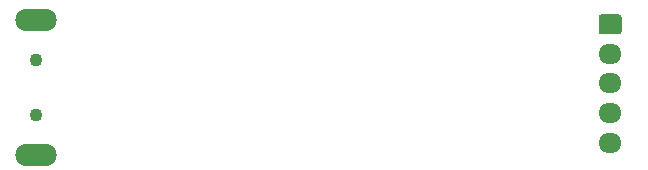
<source format=gbs>
%TF.GenerationSoftware,KiCad,Pcbnew,(5.1.8)-1*%
%TF.CreationDate,2021-08-17T23:37:39+02:00*%
%TF.ProjectId,USB_TLL,5553425f-544c-44c2-9e6b-696361645f70,rev?*%
%TF.SameCoordinates,Original*%
%TF.FileFunction,Soldermask,Bot*%
%TF.FilePolarity,Negative*%
%FSLAX46Y46*%
G04 Gerber Fmt 4.6, Leading zero omitted, Abs format (unit mm)*
G04 Created by KiCad (PCBNEW (5.1.8)-1) date 2021-08-17 23:37:39*
%MOMM*%
%LPD*%
G01*
G04 APERTURE LIST*
%ADD10O,1.950000X1.700000*%
%ADD11C,1.100000*%
%ADD12O,3.500000X1.900000*%
G04 APERTURE END LIST*
D10*
%TO.C,J2*%
X141224000Y-71976000D03*
X141224000Y-69476000D03*
X141224000Y-66976000D03*
X141224000Y-64476000D03*
G36*
G01*
X140499000Y-61126000D02*
X141949000Y-61126000D01*
G75*
G02*
X142199000Y-61376000I0J-250000D01*
G01*
X142199000Y-62576000D01*
G75*
G02*
X141949000Y-62826000I-250000J0D01*
G01*
X140499000Y-62826000D01*
G75*
G02*
X140249000Y-62576000I0J250000D01*
G01*
X140249000Y-61376000D01*
G75*
G02*
X140499000Y-61126000I250000J0D01*
G01*
G37*
%TD*%
D11*
%TO.C,J1*%
X92625000Y-65010000D03*
X92625000Y-69610000D03*
D12*
X92625000Y-61610000D03*
X92625000Y-73010000D03*
%TD*%
M02*

</source>
